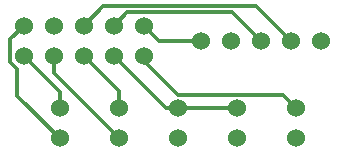
<source format=gbr>
%TF.GenerationSoftware,KiCad,Pcbnew,(5.1.6)-1*%
%TF.CreationDate,2023-02-05T19:48:36+01:00*%
%TF.ProjectId,Hotend_board,486f7465-6e64-45f6-926f-6172642e6b69,rev?*%
%TF.SameCoordinates,Original*%
%TF.FileFunction,Copper,L1,Top*%
%TF.FilePolarity,Positive*%
%FSLAX46Y46*%
G04 Gerber Fmt 4.6, Leading zero omitted, Abs format (unit mm)*
G04 Created by KiCad (PCBNEW (5.1.6)-1) date 2023-02-05 19:48:36*
%MOMM*%
%LPD*%
G01*
G04 APERTURE LIST*
%TA.AperFunction,ComponentPad*%
%ADD10C,1.524000*%
%TD*%
%TA.AperFunction,Conductor*%
%ADD11C,0.350000*%
%TD*%
G04 APERTURE END LIST*
D10*
%TO.P,NTC,1*%
%TO.N,/NTC1*%
X110000000Y-118730000D03*
%TO.P,NTC,2*%
%TO.N,/NTC2*%
X110000000Y-121270000D03*
%TD*%
%TO.P,BLtouch,5*%
%TO.N,GND*%
X132080000Y-113000000D03*
%TO.P,BLtouch,4*%
%TO.N,+5V*%
X129540000Y-113000000D03*
%TO.P,BLtouch,3*%
%TO.N,/Servo*%
X127000000Y-113000000D03*
%TO.P,BLtouch,1*%
%TO.N,/Z-*%
X121920000Y-113000000D03*
%TO.P,BLtouch,2*%
%TO.N,GND*%
X124460000Y-113000000D03*
%TD*%
%TO.P,FAN,1*%
%TO.N,/HE_fan*%
X130000000Y-118730000D03*
%TO.P,FAN,2*%
%TO.N,GND*%
X130000000Y-121270000D03*
%TD*%
%TO.P,CNC,1*%
%TO.N,/CNC_fan*%
X120000000Y-118730000D03*
%TO.P,CNC,2*%
%TO.N,GND*%
X120000000Y-121270000D03*
%TD*%
%TO.P,CNC,1*%
%TO.N,/CNC_fan*%
X125000000Y-118730000D03*
%TO.P,CNC,2*%
%TO.N,GND*%
X125000000Y-121270000D03*
%TD*%
%TO.P,HE,1*%
%TO.N,/H1*%
X115000000Y-118730000D03*
%TO.P,HE,2*%
%TO.N,/H2*%
X115000000Y-121270000D03*
%TD*%
%TO.P,Connector,10*%
%TO.N,/Z-*%
X117080000Y-111730000D03*
%TO.P,Connector,9*%
%TO.N,/HE_fan*%
X117080000Y-114270000D03*
%TO.P,Connector,8*%
%TO.N,/Servo*%
X114540000Y-111730000D03*
%TO.P,Connector,7*%
%TO.N,/CNC_fan*%
X114540000Y-114270000D03*
%TO.P,Connector,6*%
%TO.N,+5V*%
X112000000Y-111730000D03*
%TO.P,Connector,5*%
%TO.N,/H1*%
X112000000Y-114270000D03*
%TO.P,Connector,4*%
%TO.N,GND*%
X109460000Y-111730000D03*
%TO.P,Connector,3*%
%TO.N,/H2*%
X109460000Y-114270000D03*
%TO.P,Connector,2*%
%TO.N,/NTC2*%
X106920000Y-111730000D03*
%TO.P,Connector,1*%
%TO.N,/NTC1*%
X106920000Y-114270000D03*
%TD*%
D11*
%TO.N,+5V*%
X113687011Y-110042989D02*
X112000000Y-111730000D01*
X126582989Y-110042989D02*
X113687011Y-110042989D01*
X129540000Y-113000000D02*
X126582989Y-110042989D01*
%TO.N,/HE_fan*%
X128862999Y-117592999D02*
X119972999Y-117592999D01*
X130000000Y-118730000D02*
X128862999Y-117592999D01*
X117080000Y-114700000D02*
X117080000Y-114270000D01*
X119972999Y-117592999D02*
X117080000Y-114700000D01*
%TO.N,/Servo*%
X115677001Y-110592999D02*
X114540000Y-111730000D01*
X124592999Y-110592999D02*
X115677001Y-110592999D01*
X127000000Y-113000000D02*
X124592999Y-110592999D01*
%TO.N,/CNC_fan*%
X119000000Y-118730000D02*
X114540000Y-114270000D01*
X120000000Y-118730000D02*
X119000000Y-118730000D01*
X125000000Y-118730000D02*
X120000000Y-118730000D01*
%TO.N,/Z-*%
X118350000Y-113000000D02*
X117080000Y-111730000D01*
X121920000Y-113000000D02*
X118350000Y-113000000D01*
%TO.N,/H2*%
X109460000Y-115730000D02*
X109460000Y-114270000D01*
X115000000Y-121270000D02*
X109460000Y-115730000D01*
%TO.N,/NTC2*%
X105782999Y-112867001D02*
X106920000Y-111730000D01*
X105782999Y-114815761D02*
X105782999Y-112867001D01*
X106374239Y-115407001D02*
X105782999Y-114815761D01*
X106374239Y-117644239D02*
X106374239Y-115407001D01*
X110000000Y-121270000D02*
X106374239Y-117644239D01*
%TO.N,/H1*%
X115000000Y-117270000D02*
X112000000Y-114270000D01*
X115000000Y-118730000D02*
X115000000Y-117270000D01*
%TO.N,/NTC1*%
X110000000Y-117350000D02*
X106920000Y-114270000D01*
X110000000Y-118730000D02*
X110000000Y-117350000D01*
%TD*%
M02*

</source>
